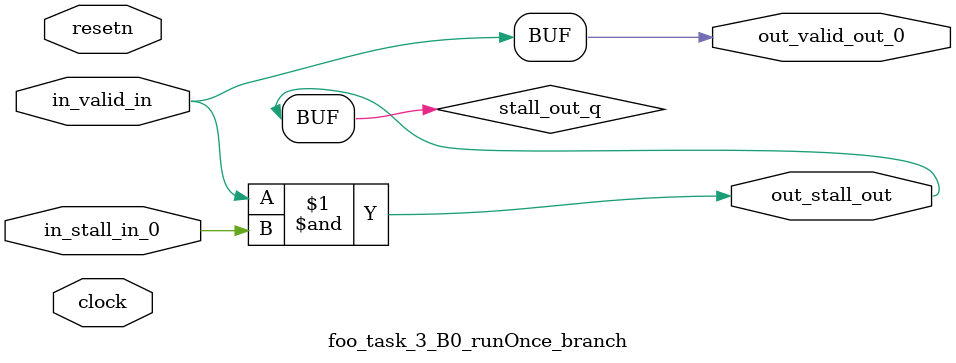
<source format=sv>



(* altera_attribute = "-name AUTO_SHIFT_REGISTER_RECOGNITION OFF; -name MESSAGE_DISABLE 10036; -name MESSAGE_DISABLE 10037; -name MESSAGE_DISABLE 14130; -name MESSAGE_DISABLE 14320; -name MESSAGE_DISABLE 15400; -name MESSAGE_DISABLE 14130; -name MESSAGE_DISABLE 10036; -name MESSAGE_DISABLE 12020; -name MESSAGE_DISABLE 12030; -name MESSAGE_DISABLE 12010; -name MESSAGE_DISABLE 12110; -name MESSAGE_DISABLE 14320; -name MESSAGE_DISABLE 13410; -name MESSAGE_DISABLE 113007; -name MESSAGE_DISABLE 10958" *)
module foo_task_3_B0_runOnce_branch (
    input wire [0:0] in_stall_in_0,
    input wire [0:0] in_valid_in,
    output wire [0:0] out_stall_out,
    output wire [0:0] out_valid_out_0,
    input wire clock,
    input wire resetn
    );

    wire [0:0] stall_out_q;


    // stall_out(LOGICAL,6)
    assign stall_out_q = in_valid_in & in_stall_in_0;

    // out_stall_out(GPOUT,4)
    assign out_stall_out = stall_out_q;

    // out_valid_out_0(GPOUT,5)
    assign out_valid_out_0 = in_valid_in;

endmodule

</source>
